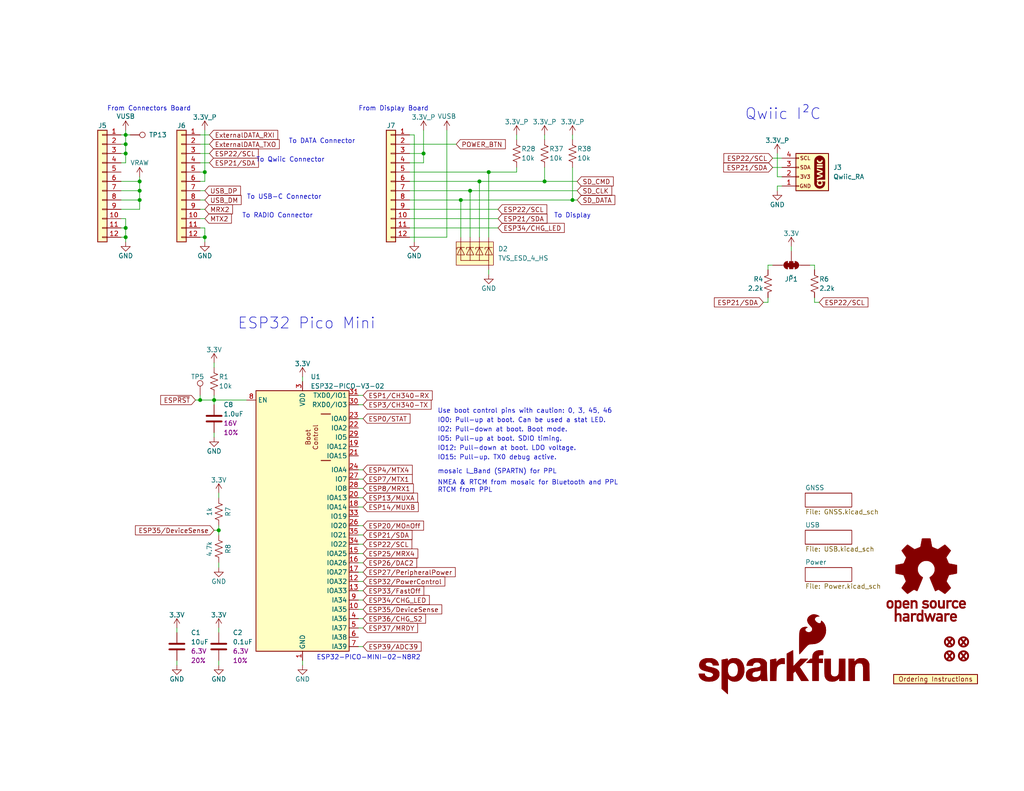
<source format=kicad_sch>
(kicad_sch (version 20230121) (generator eeschema)
  (paper "USLetter")
  (title_block (title "RTK Facet L-Band mosaic") (date "2023-12-09") (rev "v10") (comment 1 "Designed by: N.S. & P.C."))
  (lib_symbols
    (symbol "SparkFun-Aesthetic:Fiducial_0.5mm"
      (symbol "Fiducial_0.5mm_1_1"
        (text "x" (at 0 0.254 0) (effects (font (size 2.5 2.5) bold)))
      )
    )
    (symbol "SparkFun-Aesthetic:OSHW_Logo" (pin_names (offset 1.016)) (in_bom no))
    (symbol "SparkFun-Aesthetic:Ordering_Instructions"
      (symbol "Ordering_Instructions_1_1"
        (text "Ordering Instructions" (at 1.27 0 0) (effects (font (size 1.27 1.27))))
      )
    )
    (symbol "SparkFun-Aesthetic:SparkFun_Logo" (pin_names (offset 1.016)) (on_board no))
    (symbol "SparkFun-Capacitor:0.1uF_0402_6.3V_10%" (pin_numbers hide) (pin_names (offset 0.254))
      (property "Reference" "C" (at 0.635 2.54 0))
      (property "Value" "0.1uF" (at 0.635 -2.54 0))
      (property "Voltage" "6.3V" (at 0 -6.35 0))
      (property "Tolerance" "10%" (at 0 -8.89 0))
      (symbol "0.1uF_0402_6.3V_10%_1_1"
        (pin passive line (at 0 3.81 270) (length 2.794) (name "~") (number "1"))
        (pin passive line (at 0 -3.81 90) (length 2.794) (name "~") (number "2"))
      )
    )
    (symbol "SparkFun-Capacitor:1.0uF_0402_16V_10%" (pin_numbers hide) (pin_names (offset 0.254))
      (property "Reference" "C" (at 0.635 2.54 0))
      (property "Value" "1.0uF" (at 0.635 -2.54 0))
      (property "Voltage" "16V" (at 0 -6.35 0))
      (property "Tolerance" "10%" (at 0 -8.89 0))
      (symbol "1.0uF_0402_16V_10%_1_1"
        (pin passive line (at 0 3.81 270) (length 2.794) (name "~") (number "1"))
        (pin passive line (at 0 -3.81 90) (length 2.794) (name "~") (number "2"))
      )
    )
    (symbol "SparkFun-Capacitor:10uF_0402_6.3V_20%" (pin_numbers hide) (pin_names (offset 0.254))
      (property "Reference" "C" (at 0.635 2.54 0))
      (property "Value" "10uF" (at 0.635 -2.54 0))
      (property "Voltage" "6.3V" (at 0 -6.35 0))
      (property "Tolerance" "20%" (at 0 -8.89 0))
      (symbol "10uF_0402_6.3V_20%_1_1"
        (pin passive line (at 0 3.81 270) (length 2.794) (name "~") (number "1"))
        (pin passive line (at 0 -3.81 90) (length 2.794) (name "~") (number "2"))
      )
    )
    (symbol "SparkFun-Connector:Conn_01x12_FPC_0.5mm" (pin_names (offset 1.016) hide)
      (property "Reference" "J" (at 0 15.24 0))
      (property "Value" "Conn_01x12_FPC_0.5mm" (at 0 -17.78 0))
      (symbol "Conn_01x12_FPC_0.5mm_1_1"
        (pin passive line (at -5.08 12.7 0) (length 3.81) (name "Pin_1") (number "1"))
        (pin passive line (at -5.08 -10.16 0) (length 3.81) (name "Pin_10") (number "10"))
        (pin passive line (at -5.08 -12.7 0) (length 3.81) (name "Pin_11") (number "11"))
        (pin passive line (at -5.08 -15.24 0) (length 3.81) (name "Pin_12") (number "12"))
        (pin passive line (at -5.08 10.16 0) (length 3.81) (name "Pin_2") (number "2"))
        (pin passive line (at -5.08 7.62 0) (length 3.81) (name "Pin_3") (number "3"))
        (pin passive line (at -5.08 5.08 0) (length 3.81) (name "Pin_4") (number "4"))
        (pin passive line (at -5.08 2.54 0) (length 3.81) (name "Pin_5") (number "5"))
        (pin passive line (at -5.08 0 0) (length 3.81) (name "Pin_6") (number "6"))
        (pin passive line (at -5.08 -2.54 0) (length 3.81) (name "Pin_7") (number "7"))
        (pin passive line (at -5.08 -5.08 0) (length 3.81) (name "Pin_8") (number "8"))
        (pin passive line (at -5.08 -7.62 0) (length 3.81) (name "Pin_9") (number "9"))
      )
    )
    (symbol "SparkFun-Connector:Qwiic_Right_Angle" (pin_names (offset 1.016) hide)
      (property "Reference" "J" (at 0 5.08 0))
      (property "Value" "Qwiic_RA" (at 0 -7.62 0))
      (symbol "Qwiic_Right_Angle_1_1"
        (text "3V3" (at 1.27 -2.54 0) (effects (font (size 1 1))))
        (text "GND" (at 1.27 -5.08 0) (effects (font (size 1 1))))
        (text "SCL" (at 1.27 2.54 0) (effects (font (size 1 1))))
        (text "SDA" (at 1.27 0 0) (effects (font (size 1 1))))
        (pin passive line (at -5.08 -5.08 0) (length 3.81) (name "Pin_1") (number "1"))
        (pin passive line (at -5.08 -2.54 0) (length 3.81) (name "Pin_2") (number "2"))
        (pin passive line (at -5.08 0 0) (length 3.81) (name "Pin_3") (number "3"))
        (pin passive line (at -5.08 2.54 0) (length 3.81) (name "Pin_4") (number "4"))
        (pin no_connect line (at 2.54 3.81 270) (length 2.54) hide (name "NC") (number "NC1"))
        (pin no_connect line (at 2.54 3.81 270) (length 2.54) hide (name "NC") (number "NC2"))
      )
    )
    (symbol "SparkFun-Connector:TestPoint_PTH" (pin_numbers hide) (pin_names (offset 0.762) hide)
      (property "Reference" "TP" (at 0 5.08 0))
      (symbol "TestPoint_PTH_1_1"
        (pin passive line (at 0 0 90) (length 2.54) (name "1") (number "1"))
      )
    )
    (symbol "SparkFun-DiscreteSemi:D_TVS_ESD_4_HS" (pin_numbers hide) (pin_names hide)
      (property "Reference" "D" (at -2.54 -5.08 0))
      (property "Value" "TVS_ESD_4_HS" (at -3.81 -7.62 0))
      (symbol "D_TVS_ESD_4_HS_1_1"
        (pin passive line (at -2.54 3.81 270) (length 2.54) (name "K1") (number "1"))
        (pin passive line (at 5.08 -5.08 90) (length 2.54) (name "A") (number "2"))
        (pin passive line (at 0 3.81 270) (length 2.54) (name "K2") (number "3"))
        (pin passive line (at 2.54 3.81 270) (length 2.54) (name "K3") (number "4"))
        (pin passive line (at 5.08 3.81 270) (length 2.54) (name "K4") (number "5"))
      )
    )
    (symbol "SparkFun-Jumper:SolderJumper_3_Bridged123" (pin_numbers hide) (pin_names (offset 0) hide)
      (property "Reference" "JP" (at -2.54 -2.54 0))
      (property "Value" "~" (at 0 2.794 0))
      (symbol "SolderJumper_3_Bridged123_1_1"
        (pin passive line (at -5.08 0 0) (length 2.54) (name "A") (number "1"))
        (pin passive line (at 0 -3.81 90) (length 2.54) (name "C") (number "2"))
        (pin passive line (at 5.08 0 180) (length 2.54) (name "B") (number "3"))
      )
    )
    (symbol "SparkFun-PowerSymbol:3.3V" (power) (pin_names (offset 0))
      (property "Value" "3.3V" (at 0 3.556 0))
      (symbol "3.3V_1_1"
        (pin power_in line (at 0 0 90) (length 0) hide (name "3.3V") (number "1"))
      )
    )
    (symbol "SparkFun-PowerSymbol:3.3V_P" (power) (pin_names (offset 0))
      (property "Value" "3.3V_P" (at 0 3.556 0))
      (symbol "3.3V_P_1_1"
        (pin power_in line (at 0 0 90) (length 0) hide (name "3.3V_P") (number "1"))
      )
    )
    (symbol "SparkFun-PowerSymbol:GND" (power) (pin_names (offset 0))
      (property "Value" "GND" (at 0 -3.81 0))
      (symbol "GND_1_1"
        (pin power_in line (at 0 0 270) (length 0) hide (name "GND") (number "1"))
      )
    )
    (symbol "SparkFun-PowerSymbol:VRAW" (power) (pin_names (offset 0))
      (property "Value" "VRAW" (at 0 3.81 0))
      (symbol "VRAW_1_1"
        (pin power_in line (at 0 0 90) (length 0) hide (name "VRAW") (number "1"))
      )
    )
    (symbol "SparkFun-PowerSymbol:VUSB" (power) (pin_names (offset 0))
      (property "Value" "VUSB" (at 0 3.81 0))
      (symbol "VUSB_1_1"
        (pin power_in line (at 0 0 90) (length 0) hide (name "VUSB") (number "1"))
      )
    )
    (symbol "SparkFun-RF:ESP32-PICO-V3-02"
      (property "Reference" "U" (at -12.7 33.02 0))
      (property "Value" "ESP32-PICO-V3-02" (at 1.27 33.02 0))
      (symbol "ESP32-PICO-V3-02_1_1"
        (text "Boot\nControl" (at 2.54 19.05 900) (effects (font (size 1.27 1.27))))
        (pin power_in line (at 0 -41.91 90) (length 2.54) (name "GND") (number "1"))
        (pin input line (at 15.24 -27.94 180) (length 2.54) (name "IA35") (number "10"))
        (pin passive line (at 0 -41.91 90) (length 2.54) hide (name "GND") (number "11"))
        (pin bidirectional line (at 15.24 -20.32 180) (length 2.54) (name "IOA32") (number "12"))
        (pin bidirectional line (at 15.24 -22.86 180) (length 2.54) (name "IOA33") (number "13"))
        (pin passive line (at 0 -41.91 90) (length 2.54) hide (name "GND") (number "14"))
        (pin bidirectional line (at 15.24 -12.7 180) (length 2.54) (name "IOA25") (number "15"))
        (pin bidirectional line (at 15.24 -15.24 180) (length 2.54) (name "IOA26") (number "16"))
        (pin bidirectional line (at 15.24 -17.78 180) (length 2.54) (name "IOA27") (number "17"))
        (pin bidirectional line (at 15.24 0 180) (length 2.54) (name "IOA14") (number "18"))
        (pin bidirectional line (at 15.24 16.51 180) (length 2.54) (name "IOA12") (number "19"))
        (pin passive line (at 0 -41.91 90) (length 2.54) hide (name "GND") (number "2"))
        (pin bidirectional line (at 15.24 2.54 180) (length 2.54) (name "IOA13") (number "20"))
        (pin bidirectional line (at 15.24 13.97 180) (length 2.54) (name "IOA15") (number "21"))
        (pin bidirectional line (at 15.24 21.59 180) (length 2.54) (name "IOA2") (number "22"))
        (pin bidirectional line (at 15.24 24.13 180) (length 2.54) (name "IOA0") (number "23"))
        (pin bidirectional line (at 15.24 10.16 180) (length 2.54) (name "IOA4") (number "24"))
        (pin no_connect line (at -12.7 -11.43 0) (length 2.54) hide (name "NC") (number "25"))
        (pin bidirectional line (at 15.24 -5.08 180) (length 2.54) (name "IO20") (number "26"))
        (pin bidirectional line (at 15.24 7.62 180) (length 2.54) (name "IO7") (number "27"))
        (pin bidirectional line (at 15.24 5.08 180) (length 2.54) (name "IO8") (number "28"))
        (pin bidirectional line (at 15.24 19.05 180) (length 2.54) (name "IO5") (number "29"))
        (pin power_in line (at 0 34.29 270) (length 2.54) (name "VDD") (number "3"))
        (pin bidirectional line (at 15.24 27.94 180) (length 2.54) (name "RXD0/IO3") (number "30"))
        (pin bidirectional line (at 15.24 30.48 180) (length 2.54) (name "TXD0/IO1") (number "31"))
        (pin no_connect line (at -12.7 -13.97 0) (length 2.54) hide (name "NC") (number "32"))
        (pin bidirectional line (at 15.24 -2.54 180) (length 2.54) (name "IO19") (number "33"))
        (pin bidirectional line (at 15.24 -10.16 180) (length 2.54) (name "IO22") (number "34"))
        (pin bidirectional line (at 15.24 -7.62 180) (length 2.54) (name "IO21") (number "35"))
        (pin passive line (at 0 -41.91 90) (length 2.54) hide (name "GND") (number "36"))
        (pin passive line (at 0 -41.91 90) (length 2.54) hide (name "GND") (number "37"))
        (pin passive line (at 0 -41.91 90) (length 2.54) hide (name "GND") (number "38"))
        (pin passive line (at 0 -41.91 90) (length 2.54) hide (name "GND") (number "39"))
        (pin input line (at 15.24 -30.48 180) (length 2.54) (name "IA36") (number "4"))
        (pin passive line (at 0 -41.91 90) (length 2.54) hide (name "GND") (number "40"))
        (pin passive line (at 0 -41.91 90) (length 2.54) hide (name "GND") (number "41"))
        (pin passive line (at 0 -41.91 90) (length 2.54) hide (name "GND") (number "42"))
        (pin passive line (at 0 -41.91 90) (length 2.54) hide (name "GND") (number "43"))
        (pin passive line (at 0 -41.91 90) (length 2.54) hide (name "GND") (number "44"))
        (pin passive line (at 0 -41.91 90) (length 2.54) hide (name "GND") (number "45"))
        (pin passive line (at 0 -41.91 90) (length 2.54) hide (name "GND") (number "46"))
        (pin passive line (at 0 -41.91 90) (length 2.54) hide (name "GND") (number "47"))
        (pin passive line (at 0 -41.91 90) (length 2.54) hide (name "GND") (number "48"))
        (pin passive line (at 0 -41.91 90) (length 2.54) hide (name "GND") (number "49.1"))
        (pin passive line (at 0 -41.91 90) (length 2.54) hide (name "GND") (number "49.2"))
        (pin passive line (at 0 -41.91 90) (length 2.54) hide (name "GND") (number "49.3"))
        (pin passive line (at 0 -41.91 90) (length 2.54) hide (name "GND") (number "49.4"))
        (pin passive line (at 0 -41.91 90) (length 2.54) hide (name "GND") (number "49.5"))
        (pin passive line (at 0 -41.91 90) (length 2.54) hide (name "GND") (number "49.6"))
        (pin passive line (at 0 -41.91 90) (length 2.54) hide (name "GND") (number "49.7"))
        (pin passive line (at 0 -41.91 90) (length 2.54) hide (name "GND") (number "49.8"))
        (pin passive line (at 0 -41.91 90) (length 2.54) hide (name "GND") (number "49.9"))
        (pin input line (at 15.24 -33.02 180) (length 2.54) (name "IA37") (number "5"))
        (pin passive line (at 0 -41.91 90) (length 2.54) hide (name "GND") (number "50"))
        (pin passive line (at 0 -41.91 90) (length 2.54) hide (name "GND") (number "51"))
        (pin passive line (at 0 -41.91 90) (length 2.54) hide (name "GND") (number "52"))
        (pin passive line (at 0 -41.91 90) (length 2.54) hide (name "GND") (number "53"))
        (pin input line (at 15.24 -35.56 180) (length 2.54) (name "IA38") (number "6"))
        (pin input line (at 15.24 -38.1 180) (length 2.54) (name "IA39") (number "7"))
        (pin input line (at -15.24 29.21 0) (length 2.54) (name "EN") (number "8"))
        (pin input line (at 15.24 -25.4 180) (length 2.54) (name "IA34") (number "9"))
      )
    )
    (symbol "SparkFun-Resistor:10k_0402" (pin_numbers hide) (pin_names (offset 0))
      (property "Reference" "R" (at 0 -2.54 0))
      (property "Value" "10k" (at 0 2.54 0))
      (symbol "10k_0402_1_1"
        (pin passive line (at 3.81 0 180) (length 1.27) (name "~") (number "1"))
        (pin passive line (at -3.81 0 0) (length 1.27) (name "~") (number "2"))
      )
    )
    (symbol "SparkFun-Resistor:1k_0402" (pin_numbers hide) (pin_names (offset 0))
      (property "Reference" "R" (at 0 -2.54 0))
      (property "Value" "1k" (at 0 2.54 0))
      (symbol "1k_0402_1_1"
        (pin passive line (at 3.81 0 180) (length 1.27) (name "~") (number "1"))
        (pin passive line (at -3.81 0 0) (length 1.27) (name "~") (number "2"))
      )
    )
    (symbol "SparkFun-Resistor:2.2k_0402" (pin_numbers hide) (pin_names (offset 0))
      (property "Reference" "R" (at 0 -2.54 0))
      (property "Value" "2.2k" (at 0 2.54 0))
      (symbol "2.2k_0402_1_1"
        (pin passive line (at 3.81 0 180) (length 1.27) (name "~") (number "1"))
        (pin passive line (at -3.81 0 0) (length 1.27) (name "~") (number "2"))
      )
    )
    (symbol "SparkFun-Resistor:4.7k_0402" (pin_numbers hide) (pin_names (offset 0))
      (property "Reference" "R" (at 0 -2.54 0))
      (property "Value" "4.7k" (at 0 2.54 0))
      (symbol "4.7k_0402_1_1"
        (pin passive line (at 3.81 0 180) (length 1.27) (name "~") (number "1"))
        (pin passive line (at -3.81 0 0) (length 1.27) (name "~") (number "2"))
      )
    )
    (symbol "power:GND" (power) (pin_names (offset 0))
      (property "Value" "GND" (at 0 -3.81 0))
      (symbol "GND_1_1"
        (pin power_in line (at 0 0 270) (length 0) hide (name "GND") (number "1"))
      )
    )
  )
  (junction (at 130.81 49.53))
  (junction (at 38.1 52.07))
  (junction (at 148.59 49.53))
  (junction (at 125.73 54.61))
  (junction (at 34.29 62.23))
  (junction (at 54.61 109.22))
  (junction (at 34.29 64.77))
  (junction (at 156.21 54.61))
  (junction (at 55.88 46.99))
  (junction (at 115.57 41.91))
  (junction (at 38.1 54.61))
  (junction (at 34.29 36.83))
  (junction (at 34.29 39.37))
  (junction (at 128.27 52.07))
  (junction (at 59.69 144.78))
  (junction (at 38.1 49.53))
  (junction (at 34.29 41.91))
  (junction (at 58.42 109.22))
  (junction (at 133.35 46.99))
  (junction (at 55.88 64.77))
  (wire (pts (xy 97.79 110.49) (xy 99.06 110.49)))
  (wire (pts (xy 111.76 64.77) (xy 121.92 64.77)))
  (wire (pts (xy 222.25 81.28) (xy 222.25 82.55)))
  (wire (pts (xy 213.36 50.8) (xy 212.09 50.8)))
  (wire (pts (xy 59.69 154.94) (xy 59.69 153.67)))
  (wire (pts (xy 97.79 171.45) (xy 99.06 171.45)))
  (wire (pts (xy 34.29 64.77) (xy 34.29 66.04)))
  (wire (pts (xy 33.02 59.69) (xy 34.29 59.69)))
  (wire (pts (xy 215.9 67.31) (xy 215.9 68.58)))
  (wire (pts (xy 115.57 44.45) (xy 115.57 41.91)))
  (wire (pts (xy 111.76 41.91) (xy 115.57 41.91)))
  (wire (pts (xy 111.76 62.23) (xy 135.89 62.23)))
  (wire (pts (xy 97.79 130.81) (xy 99.06 130.81)))
  (wire (pts (xy 99.06 158.75) (xy 97.79 158.75)))
  (wire (pts (xy 57.15 39.37) (xy 54.61 39.37)))
  (wire (pts (xy 156.21 36.83) (xy 156.21 38.1)))
  (wire (pts (xy 111.76 49.53) (xy 130.81 49.53)))
  (wire (pts (xy 38.1 52.07) (xy 38.1 49.53)))
  (wire (pts (xy 212.09 50.8) (xy 212.09 52.07)))
  (wire (pts (xy 111.76 59.69) (xy 135.89 59.69)))
  (wire (pts (xy 148.59 45.72) (xy 148.59 49.53)))
  (wire (pts (xy 209.55 81.28) (xy 209.55 82.55)))
  (wire (pts (xy 99.06 161.29) (xy 97.79 161.29)))
  (wire (pts (xy 130.81 49.53) (xy 130.81 64.77)))
  (wire (pts (xy 111.76 57.15) (xy 135.89 57.15)))
  (wire (pts (xy 99.06 151.13) (xy 97.79 151.13)))
  (wire (pts (xy 128.27 52.07) (xy 128.27 64.77)))
  (wire (pts (xy 54.61 54.61) (xy 55.88 54.61)))
  (wire (pts (xy 111.76 46.99) (xy 133.35 46.99)))
  (wire (pts (xy 156.21 45.72) (xy 156.21 54.61)))
  (wire (pts (xy 34.29 36.83) (xy 35.56 36.83)))
  (wire (pts (xy 33.02 57.15) (xy 38.1 57.15)))
  (wire (pts (xy 128.27 52.07) (xy 157.48 52.07)))
  (wire (pts (xy 33.02 49.53) (xy 38.1 49.53)))
  (wire (pts (xy 34.29 62.23) (xy 34.29 64.77)))
  (wire (pts (xy 54.61 59.69) (xy 55.88 59.69)))
  (wire (pts (xy 33.02 52.07) (xy 38.1 52.07)))
  (wire (pts (xy 111.76 36.83) (xy 113.03 36.83)))
  (wire (pts (xy 97.79 166.37) (xy 99.06 166.37)))
  (wire (pts (xy 97.79 163.83) (xy 99.06 163.83)))
  (wire (pts (xy 54.61 107.95) (xy 54.61 109.22)))
  (wire (pts (xy 209.55 72.39) (xy 210.82 72.39)))
  (wire (pts (xy 59.69 181.61) (xy 59.69 180.34)))
  (wire (pts (xy 34.29 36.83) (xy 34.29 35.56)))
  (wire (pts (xy 220.98 72.39) (xy 222.25 72.39)))
  (wire (pts (xy 58.42 99.06) (xy 58.42 100.33)))
  (wire (pts (xy 48.26 181.61) (xy 48.26 180.34)))
  (wire (pts (xy 58.42 109.22) (xy 58.42 110.49)))
  (wire (pts (xy 133.35 46.99) (xy 140.97 46.99)))
  (wire (pts (xy 55.88 62.23) (xy 55.88 64.77)))
  (wire (pts (xy 82.55 102.87) (xy 82.55 104.14)))
  (wire (pts (xy 99.06 156.21) (xy 97.79 156.21)))
  (wire (pts (xy 33.02 62.23) (xy 34.29 62.23)))
  (wire (pts (xy 54.61 109.22) (xy 58.42 109.22)))
  (wire (pts (xy 99.06 153.67) (xy 97.79 153.67)))
  (wire (pts (xy 222.25 82.55) (xy 223.52 82.55)))
  (wire (pts (xy 222.25 73.66) (xy 222.25 72.39)))
  (wire (pts (xy 33.02 44.45) (xy 34.29 44.45)))
  (wire (pts (xy 111.76 52.07) (xy 128.27 52.07)))
  (wire (pts (xy 82.55 181.61) (xy 82.55 180.34)))
  (wire (pts (xy 97.79 168.91) (xy 99.06 168.91)))
  (wire (pts (xy 54.61 46.99) (xy 55.88 46.99)))
  (wire (pts (xy 38.1 54.61) (xy 38.1 52.07)))
  (wire (pts (xy 111.76 44.45) (xy 115.57 44.45)))
  (wire (pts (xy 34.29 59.69) (xy 34.29 62.23)))
  (wire (pts (xy 97.79 107.95) (xy 99.06 107.95)))
  (wire (pts (xy 210.82 45.72) (xy 213.36 45.72)))
  (wire (pts (xy 34.29 39.37) (xy 34.29 36.83)))
  (wire (pts (xy 97.79 146.05) (xy 99.06 146.05)))
  (wire (pts (xy 99.06 176.53) (xy 97.79 176.53)))
  (wire (pts (xy 57.15 44.45) (xy 54.61 44.45)))
  (wire (pts (xy 54.61 62.23) (xy 55.88 62.23)))
  (wire (pts (xy 111.76 54.61) (xy 125.73 54.61)))
  (wire (pts (xy 148.59 49.53) (xy 157.48 49.53)))
  (wire (pts (xy 38.1 49.53) (xy 38.1 48.26)))
  (wire (pts (xy 34.29 44.45) (xy 34.29 41.91)))
  (wire (pts (xy 115.57 41.91) (xy 115.57 35.56)))
  (wire (pts (xy 97.79 133.35) (xy 99.06 133.35)))
  (wire (pts (xy 212.09 41.91) (xy 212.09 48.26)))
  (wire (pts (xy 133.35 46.99) (xy 133.35 64.77)))
  (wire (pts (xy 57.15 41.91) (xy 54.61 41.91)))
  (wire (pts (xy 48.26 172.72) (xy 48.26 171.45)))
  (wire (pts (xy 33.02 36.83) (xy 34.29 36.83)))
  (wire (pts (xy 59.69 143.51) (xy 59.69 144.78)))
  (wire (pts (xy 140.97 45.72) (xy 140.97 46.99)))
  (wire (pts (xy 209.55 73.66) (xy 209.55 72.39)))
  (wire (pts (xy 113.03 36.83) (xy 113.03 66.04)))
  (wire (pts (xy 133.35 74.93) (xy 133.35 73.66)))
  (wire (pts (xy 55.88 49.53) (xy 55.88 46.99)))
  (wire (pts (xy 125.73 54.61) (xy 156.21 54.61)))
  (wire (pts (xy 99.06 128.27) (xy 97.79 128.27)))
  (wire (pts (xy 156.21 54.61) (xy 157.48 54.61)))
  (wire (pts (xy 58.42 144.78) (xy 59.69 144.78)))
  (wire (pts (xy 54.61 52.07) (xy 55.88 52.07)))
  (wire (pts (xy 59.69 172.72) (xy 59.69 171.45)))
  (wire (pts (xy 54.61 64.77) (xy 55.88 64.77)))
  (wire (pts (xy 99.06 143.51) (xy 97.79 143.51)))
  (wire (pts (xy 59.69 134.62) (xy 59.69 135.89)))
  (wire (pts (xy 55.88 64.77) (xy 55.88 66.04)))
  (wire (pts (xy 57.15 36.83) (xy 54.61 36.83)))
  (wire (pts (xy 33.02 64.77) (xy 34.29 64.77)))
  (wire (pts (xy 33.02 41.91) (xy 34.29 41.91)))
  (wire (pts (xy 111.76 39.37) (xy 124.46 39.37)))
  (wire (pts (xy 53.34 109.22) (xy 54.61 109.22)))
  (wire (pts (xy 54.61 57.15) (xy 55.88 57.15)))
  (wire (pts (xy 33.02 39.37) (xy 34.29 39.37)))
  (wire (pts (xy 33.02 54.61) (xy 38.1 54.61)))
  (wire (pts (xy 97.79 135.89) (xy 99.06 135.89)))
  (wire (pts (xy 130.81 49.53) (xy 148.59 49.53)))
  (wire (pts (xy 55.88 46.99) (xy 55.88 35.56)))
  (wire (pts (xy 58.42 119.38) (xy 58.42 118.11)))
  (wire (pts (xy 213.36 48.26) (xy 212.09 48.26)))
  (wire (pts (xy 59.69 144.78) (xy 59.69 146.05)))
  (wire (pts (xy 99.06 138.43) (xy 97.79 138.43)))
  (wire (pts (xy 97.79 114.3) (xy 99.06 114.3)))
  (wire (pts (xy 210.82 43.18) (xy 213.36 43.18)))
  (wire (pts (xy 125.73 54.61) (xy 125.73 64.77)))
  (wire (pts (xy 58.42 109.22) (xy 67.31 109.22)))
  (wire (pts (xy 148.59 36.83) (xy 148.59 38.1)))
  (wire (pts (xy 97.79 148.59) (xy 99.06 148.59)))
  (wire (pts (xy 140.97 36.83) (xy 140.97 38.1)))
  (wire (pts (xy 34.29 41.91) (xy 34.29 39.37)))
  (wire (pts (xy 121.92 35.56) (xy 121.92 64.77)))
  (wire (pts (xy 54.61 49.53) (xy 55.88 49.53)))
  (wire (pts (xy 58.42 109.22) (xy 58.42 107.95)))
  (wire (pts (xy 208.28 82.55) (xy 209.55 82.55)))
  (wire (pts (xy 38.1 57.15) (xy 38.1 54.61)))
  (text "IO15: Pull-up. TX0 debug active." (at 119.38 125.73 0) (effects (font (size 1.27 1.27)) (justify left bottom)))
  (text "IO2: Pull-down at boot. Boot mode." (at 119.38 118.11 0) (effects (font (size 1.27 1.27)) (justify left bottom)))
  (text "To Display" (at 151.13 59.69 0) (effects (font (size 1.27 1.27)) (justify left bottom)))
  (text "To DATA Connector" (at 78.74 39.37 0) (effects (font (size 1.27 1.27)) (justify left bottom)))
  (text "To Qwiic Connector" (at 69.85 44.45 0) (effects (font (size 1.27 1.27)) (justify left bottom)))
  (text "ESP32 Pico Mini\n" (at 64.77 90.17 0) (effects (font (size 3 3)) (justify left bottom)))
  (text "IO0: Pull-up at boot. Can be used a stat LED." (at 119.38 115.57 0) (effects (font (size 1.27 1.27)) (justify left bottom)))
  (text "mosaic L_Band (SPARTN) for PPL" (at 119.38 129.54 0) (effects (font (size 1.27 1.27)) (justify left bottom)))
  (text "Qwiic I²C" (at 203.2 33.02 0) (effects (font (size 3 3)) (justify left bottom)))
  (text "To RADIO Connector" (at 66.04 59.69 0) (effects (font (size 1.27 1.27)) (justify left bottom)))
  (text "From Connectors Board" (at 29.21 30.48 0) (effects (font (size 1.27 1.27)) (justify left bottom)))
  (text "IO5: Pull-up at boot. SDIO timing." (at 119.38 120.65 0) (effects (font (size 1.27 1.27)) (justify left bottom)))
  (text "To USB-C Connector" (at 67.31 54.61 0) (effects (font (size 1.27 1.27)) (justify left bottom)))
  (text "From Display Board" (at 97.79 30.48 0) (effects (font (size 1.27 1.27)) (justify left bottom)))
  (text "Use boot control pins with caution: 0, 3, 45, 46" (at 119.38 113.03 0) (effects (font (size 1.27 1.27)) (justify left bottom)))
  (text "ESP32-PICO-MINI-02-N8R2" (at 86.36 180.34 0) (effects (font (size 1.27 1.27)) (justify left bottom)))
  (text "NMEA & RTCM from mosaic for Bluetooth and PPL\nRTCM from PPL" (at 119.38 134.62 0) (effects (font (size 1.27 1.27)) (justify left bottom)))
  (text "IO12: Pull-down at boot. LDO voltage." (at 119.38 123.19 0) (effects (font (size 1.27 1.27)) (justify left bottom)))
  (global_label "ESP21{slash}SDA" (shape input) (at 208.28 82.55 180) (property "Intersheetrefs" "${INTERSHEET_REFS}" (effects hide)))
  (global_label "ESP26{slash}DAC2" (shape input) (at 99.06 153.67 0) (property "Intersheetrefs" "${INTERSHEET_REFS}" (effects hide)))
  (global_label "SD_CLK" (shape input) (at 157.48 52.07 0) (property "Intersheetrefs" "${INTERSHEET_REFS}" (effects hide)))
  (global_label "ESP35{slash}DeviceSense" (shape input) (at 99.06 166.37 0) (property "Intersheetrefs" "${INTERSHEET_REFS}" (effects hide)))
  (global_label "ESP25{slash}MRX4" (shape input) (at 99.06 151.13 0) (property "Intersheetrefs" "${INTERSHEET_REFS}" (effects hide)))
  (global_label "ESP22{slash}SCL" (shape input) (at 99.06 148.59 0) (property "Intersheetrefs" "${INTERSHEET_REFS}" (effects hide)))
  (global_label "USB_DP" (shape input) (at 55.88 52.07 0) (property "Intersheetrefs" "${INTERSHEET_REFS}" (effects hide)))
  (global_label "ESP37{slash}MRDY" (shape input) (at 99.06 171.45 0) (property "Intersheetrefs" "${INTERSHEET_REFS}" (effects hide)))
  (global_label "POWER_BTN" (shape input) (at 124.46 39.37 0) (property "Intersheetrefs" "${INTERSHEET_REFS}" (effects hide)))
  (global_label "SD_CMD" (shape input) (at 157.48 49.53 0) (property "Intersheetrefs" "${INTERSHEET_REFS}" (effects hide)))
  (global_label "SD_DATA" (shape input) (at 157.48 54.61 0) (property "Intersheetrefs" "${INTERSHEET_REFS}" (effects hide)))
  (global_label "ExternalDATA_RXI" (shape input) (at 57.15 36.83 0) (property "Intersheetrefs" "${INTERSHEET_REFS}" (effects hide)))
  (global_label "ESP22{slash}SCL" (shape input) (at 57.15 41.91 0) (property "Intersheetrefs" "${INTERSHEET_REFS}" (effects hide)))
  (global_label "ESP27{slash}PeripheralPower" (shape input) (at 99.06 156.21 0) (property "Intersheetrefs" "${INTERSHEET_REFS}" (effects hide)))
  (global_label "ESP~{RST}" (shape input) (at 53.34 109.22 180) (property "Intersheetrefs" "${INTERSHEET_REFS}" (effects hide)))
  (global_label "ESP21{slash}SDA" (shape input) (at 135.89 59.69 0) (property "Intersheetrefs" "${INTERSHEET_REFS}" (effects hide)))
  (global_label "ESP22{slash}SCL" (shape input) (at 210.82 43.18 180) (property "Intersheetrefs" "${INTERSHEET_REFS}" (effects hide)))
  (global_label "ESP32{slash}PowerControl" (shape input) (at 99.06 158.75 0) (property "Intersheetrefs" "${INTERSHEET_REFS}" (effects hide)))
  (global_label "ESP21{slash}SDA" (shape input) (at 210.82 45.72 180) (property "Intersheetrefs" "${INTERSHEET_REFS}" (effects hide)))
  (global_label "ESP14{slash}MUXB" (shape input) (at 99.06 138.43 0) (property "Intersheetrefs" "${INTERSHEET_REFS}" (effects hide)))
  (global_label "ESP13{slash}MUXA" (shape input) (at 99.06 135.89 0) (property "Intersheetrefs" "${INTERSHEET_REFS}" (effects hide)))
  (global_label "ESP36{slash}CHG_S2" (shape input) (at 99.06 168.91 0) (property "Intersheetrefs" "${INTERSHEET_REFS}" (effects hide)))
  (global_label "ESP21{slash}SDA" (shape input) (at 57.15 44.45 0) (property "Intersheetrefs" "${INTERSHEET_REFS}" (effects hide)))
  (global_label "ESP4{slash}MTX4" (shape input) (at 99.06 128.27 0) (property "Intersheetrefs" "${INTERSHEET_REFS}" (effects hide)))
  (global_label "ESP35{slash}DeviceSense" (shape input) (at 58.42 144.78 180) (property "Intersheetrefs" "${INTERSHEET_REFS}" (effects hide)))
  (global_label "USB_DM" (shape input) (at 55.88 54.61 0) (property "Intersheetrefs" "${INTERSHEET_REFS}" (effects hide)))
  (global_label "ESP3{slash}CH340-TX" (shape input) (at 99.06 110.49 0) (property "Intersheetrefs" "${INTERSHEET_REFS}" (effects hide)))
  (global_label "ESP20{slash}MOnOff" (shape input) (at 99.06 143.51 0) (property "Intersheetrefs" "${INTERSHEET_REFS}" (effects hide)))
  (global_label "ESP34{slash}CHG_LED" (shape input) (at 135.89 62.23 0) (property "Intersheetrefs" "${INTERSHEET_REFS}" (effects hide)))
  (global_label "ESP33{slash}FastOff" (shape input) (at 99.06 161.29 0) (property "Intersheetrefs" "${INTERSHEET_REFS}" (effects hide)))
  (global_label "ExternalDATA_TXO" (shape input) (at 57.15 39.37 0) (property "Intersheetrefs" "${INTERSHEET_REFS}" (effects hide)))
  (global_label "ESP22{slash}SCL" (shape input) (at 223.52 82.55 0) (property "Intersheetrefs" "${INTERSHEET_REFS}" (effects hide)))
  (global_label "ESP0{slash}STAT" (shape input) (at 99.06 114.3 0) (property "Intersheetrefs" "${INTERSHEET_REFS}" (effects hide)))
  (global_label "MTX2" (shape input) (at 55.88 59.69 0) (property "Intersheetrefs" "${INTERSHEET_REFS}" (effects hide)))
  (global_label "MRX2" (shape input) (at 55.88 57.15 0) (property "Intersheetrefs" "${INTERSHEET_REFS}" (effects hide)))
  (global_label "ESP39{slash}ADC39" (shape input) (at 99.06 176.53 0) (property "Intersheetrefs" "${INTERSHEET_REFS}" (effects hide)))
  (global_label "ESP8{slash}MRX1" (shape input) (at 99.06 133.35 0) (property "Intersheetrefs" "${INTERSHEET_REFS}" (effects hide)))
  (global_label "ESP34{slash}CHG_LED" (shape input) (at 99.06 163.83 0) (property "Intersheetrefs" "${INTERSHEET_REFS}" (effects hide)))
  (global_label "ESP7{slash}MTX1" (shape input) (at 99.06 130.81 0) (property "Intersheetrefs" "${INTERSHEET_REFS}" (effects hide)))
  (global_label "ESP21{slash}SDA" (shape input) (at 99.06 146.05 0) (property "Intersheetrefs" "${INTERSHEET_REFS}" (effects hide)))
  (global_label "ESP22{slash}SCL" (shape input) (at 135.89 57.15 0) (property "Intersheetrefs" "${INTERSHEET_REFS}" (effects hide)))
  (global_label "ESP1{slash}CH340-RX" (shape input) (at 99.06 107.95 0) (property "Intersheetrefs" "${INTERSHEET_REFS}" (effects hide)))
  (symbol (lib_id "SparkFun-PowerSymbol:GND") (at 212.09 52.07 0) (unit 1)
    (property "Reference" "#PWR081" (effects hide))
    (property "Value" "GND" (at 212.09 55.88 0))
  )
  (symbol (lib_id "SparkFun-Aesthetic:Ordering_Instructions") (at 254 185.42 0) (unit 1)
    (property "Reference" "U7" (effects hide))
    (property "Footprint" "SparkFun-Aesthetic:ORDERING_INSTRUCTIONS" (effects hide))
  )
  (symbol (lib_id "SparkFun-PowerSymbol:GND") (at 58.42 119.38 0) (unit 1)
    (property "Reference" "#PWR05" (effects hide))
    (property "Value" "GND" (at 58.42 123.19 0))
  )
  (symbol (lib_id "power:GND") (at 55.88 66.04 0) (unit 1)
    (property "Reference" "#PWR057" (effects hide))
    (property "Value" "GND" (at 55.88 69.85 0))
  )
  (symbol (lib_id "SparkFun-PowerSymbol:3.3V_P") (at 115.57 35.56 0) (unit 1)
    (property "Reference" "#PWR086" (effects hide))
    (property "Value" "3.3V_P" (at 115.57 32.004 0))
  )
  (symbol (lib_id "SparkFun-PowerSymbol:3.3V") (at 59.69 171.45 0) (unit 1)
    (property "Reference" "#PWR096" (effects hide))
    (property "Value" "3.3V" (at 59.69 167.894 0))
  )
  (symbol (lib_id "SparkFun-Resistor:10k_0402") (at 58.42 104.14 90) (unit 1)
    (property "Reference" "R1" (at 59.69 102.87 90) (effects (justify right)))
    (property "Value" "10k" (at 59.69 105.41 90) (effects (justify right)))
    (property "Footprint" "SparkFun-Resistor:R_0402_1005Metric" (effects hide))
    (property "Datasheet" "https://www.vishay.com/docs/20035/dcrcwe3.pdf" (effects hide))
    (property "PROD_ID" "RES-14241" (effects hide))
  )
  (symbol (lib_id "SparkFun-Aesthetic:SparkFun_Logo") (at 213.36 182.88 0) (unit 1) (on_board no)
    (property "Reference" "G5" (effects hide))
    (property "Value" "SparkFun_Logo" (effects hide))
    (property "Footprint" "SparkFun-Aesthetic:SparkFun_Logo_8mm" (effects hide))
  )
  (symbol (lib_id "SparkFun-Resistor:10k_0402") (at 148.59 41.91 90) (unit 1)
    (property "Reference" "R37" (at 149.86 40.64 90) (effects (justify right)))
    (property "Value" "10k" (at 149.86 43.18 90) (effects (justify right)))
    (property "Footprint" "SparkFun-Resistor:R_0402_1005Metric" (effects hide))
    (property "Datasheet" "https://www.vishay.com/docs/20035/dcrcwe3.pdf" (effects hide))
    (property "PROD_ID" "RES-14241" (effects hide))
  )
  (symbol (lib_id "SparkFun-PowerSymbol:3.3V_P") (at 156.21 36.83 0) (unit 1)
    (property "Reference" "#PWR0102" (effects hide))
    (property "Value" "3.3V_P" (at 156.21 33.274 0))
  )
  (symbol (lib_id "SparkFun-Capacitor:1.0uF_0402_16V_10%") (at 58.42 114.3 0) (unit 1)
    (property "Reference" "C8" (at 60.96 110.49 0) (effects (justify left)))
    (property "Value" "1.0uF" (at 60.96 113.03 0) (effects (justify left)))
    (property "Footprint" "SparkFun-Capacitor:C_0402_1005Metric" (effects hide))
    (property "Datasheet" "https://cdn.sparkfun.com/assets/8/a/4/a/5/Kemet_Capacitor_Datasheet.pdf" (effects hide))
    (property "PROD_ID" "CAP-14969" (effects hide))
    (property "Voltage" "16V" (at 60.96 115.57 0) (effects (justify left)))
    (property "Tolerance" "10%" (at 60.96 118.11 0) (effects (justify left)))
  )
  (symbol (lib_id "SparkFun-Aesthetic:Fiducial_0.5mm") (at 262.89 175.26 0) (unit 1)
    (property "Reference" "FID1" (effects hide))
    (property "Value" "Fiducial_0.5" (effects hide))
    (property "Footprint" "SparkFun-Aesthetic:Fiducial_0.5mm_Mask1mm" (effects hide))
  )
  (symbol (lib_id "SparkFun-Resistor:4.7k_0402") (at 59.69 149.86 90) (unit 1)
    (property "Reference" "R8" (at 62.23 149.86 0))
    (property "Value" "4.7k" (at 57.15 149.86 0))
    (property "Footprint" "SparkFun-Resistor:R_0402_1005Metric" (effects hide))
    (property "Datasheet" "https://www.vishay.com/docs/20035/dcrcwe3.pdf" (effects hide))
    (property "PROD_ID" "RES-15343" (effects hide))
  )
  (symbol (lib_id "SparkFun-PowerSymbol:VUSB") (at 34.29 35.56 0) (mirror y) (unit 1)
    (property "Reference" "#PWR016" (effects hide))
    (property "Value" "VUSB" (at 34.29 31.75 0))
  )
  (symbol (lib_id "SparkFun-Aesthetic:Fiducial_0.5mm") (at 262.89 179.07 0) (unit 1)
    (property "Reference" "FID4" (effects hide))
    (property "Value" "Fiducial_0.5" (effects hide))
    (property "Footprint" "SparkFun-Aesthetic:Fiducial_0.5mm_Mask1mm" (effects hide))
  )
  (symbol (lib_id "SparkFun-PowerSymbol:VUSB") (at 121.92 35.56 0) (unit 1)
    (property "Reference" "#PWR061" (effects hide))
    (property "Value" "VUSB" (at 121.92 31.75 0))
  )
  (symbol (lib_id "power:GND") (at 113.03 66.04 0) (unit 1)
    (property "Reference" "#PWR060" (effects hide))
    (property "Value" "GND" (at 113.03 69.85 0))
  )
  (symbol (lib_id "power:GND") (at 48.26 181.61 0) (unit 1)
    (property "Reference" "#PWR098" (effects hide))
    (property "Value" "GND" (at 48.26 185.42 0))
  )
  (symbol (lib_id "SparkFun-Connector:Conn_01x12_FPC_0.5mm") (at 27.94 49.53 0) (mirror y) (unit 1)
    (property "Reference" "J5" (at 27.94 34.29 0))
    (property "Value" "Conn_01x12_FPC_0.5mm" (effects hide))
    (property "Footprint" "SparkFun-Connector:FPC_12_0.5MM" (effects hide))
  )
  (symbol (lib_id "SparkFun-Jumper:SolderJumper_3_Bridged123") (at 215.9 72.39 180) (unit 1)
    (property "Reference" "JP1" (at 215.9 76.2 0))
    (property "Value" "~" (at 215.9 75.184 0))
    (property "Footprint" "SparkFun-Jumper:SMT-JUMPER_3_2-NC_TRACE_SILK" (effects hide))
  )
  (symbol (lib_id "SparkFun-PowerSymbol:3.3V_P") (at 148.59 36.83 0) (unit 1)
    (property "Reference" "#PWR0107" (effects hide))
    (property "Value" "3.3V_P" (at 148.59 33.274 0))
  )
  (symbol (lib_id "SparkFun-PowerSymbol:3.3V_P") (at 140.97 36.83 0) (unit 1)
    (property "Reference" "#PWR0106" (effects hide))
    (property "Value" "3.3V_P" (at 140.97 33.274 0))
  )
  (symbol (lib_id "power:GND") (at 59.69 181.61 0) (unit 1)
    (property "Reference" "#PWR097" (effects hide))
    (property "Value" "GND" (at 59.69 185.42 0))
  )
  (symbol (lib_id "SparkFun-PowerSymbol:3.3V") (at 82.55 102.87 0) (unit 1)
    (property "Reference" "#PWR0105" (effects hide))
    (property "Value" "3.3V" (at 82.55 99.314 0))
  )
  (symbol (lib_id "SparkFun-Resistor:10k_0402") (at 140.97 41.91 90) (unit 1)
    (property "Reference" "R28" (at 142.24 40.64 90) (effects (justify right)))
    (property "Value" "10k" (at 142.24 43.18 90) (effects (justify right)))
    (property "Footprint" "SparkFun-Resistor:R_0402_1005Metric" (effects hide))
    (property "Datasheet" "https://www.vishay.com/docs/20035/dcrcwe3.pdf" (effects hide))
    (property "PROD_ID" "RES-14241" (effects hide))
  )
  (symbol (lib_id "SparkFun-PowerSymbol:3.3V") (at 59.69 134.62 0) (unit 1)
    (property "Reference" "#PWR0104" (effects hide))
    (property "Value" "3.3V" (at 59.69 131.064 0))
  )
  (symbol (lib_id "SparkFun-Aesthetic:OSHW_Logo") (at 252.73 162.56 0) (unit 1) (in_bom no)
    (property "Reference" "G1" (effects hide))
    (property "Value" "OSHW_Logo" (effects hide))
    (property "Footprint" "SparkFun-Aesthetic:Creative_Commons_License" (effects hide))
  )
  (symbol (lib_id "SparkFun-PowerSymbol:3.3V_P") (at 55.88 35.56 0) (unit 1)
    (property "Reference" "#PWR087" (effects hide))
    (property "Value" "3.3V_P" (at 55.88 32.004 0))
  )
  (symbol (lib_id "SparkFun-PowerSymbol:3.3V") (at 48.26 171.45 0) (unit 1)
    (property "Reference" "#PWR095" (effects hide))
    (property "Value" "3.3V" (at 48.26 167.894 0))
  )
  (symbol (lib_id "SparkFun-Capacitor:10uF_0402_6.3V_20%") (at 48.26 176.53 0) (unit 1)
    (property "Reference" "C1" (at 52.07 172.72 0) (effects (justify left)))
    (property "Value" "10uF" (at 52.07 175.26 0) (effects (justify left)))
    (property "Footprint" "SparkFun-Capacitor:C_0402_1005Metric" (effects hide))
    (property "Datasheet" "https://cdn.sparkfun.com/assets/8/a/4/a/5/Kemet_Capacitor_Datasheet.pdf" (effects hide))
    (property "PROD_ID" "CAP-14848" (effects hide))
    (property "Voltage" "6.3V" (at 52.07 177.8 0) (effects (justify left)))
    (property "Tolerance" "20%" (at 52.07 180.34 0) (effects (justify left)))
  )
  (symbol (lib_id "SparkFun-RF:ESP32-PICO-V3-02") (at 82.55 138.43 0) (unit 1)
    (property "Reference" "U1" (at 84.7441 102.87 0) (effects (justify left)))
    (property "Value" "ESP32-PICO-V3-02" (at 84.7441 105.41 0) (effects (justify left)))
    (property "Footprint" "SparkFun-RF:ESP32-PICO-MINI" (effects hide))
    (property "Datasheet" "https://www.espressif.com/sites/default/files/documentation/esp32-pico-mini-02_datasheet_en.pdf" (effects hide))
    (property "PROD_ID" "IC-19692" (effects hide))
  )
  (symbol (lib_id "SparkFun-PowerSymbol:VRAW") (at 38.1 48.26 0) (unit 1)
    (property "Reference" "#PWR059" (effects hide))
    (property "Value" "VRAW" (at 38.1 44.45 0))
  )
  (symbol (lib_id "power:GND") (at 34.29 66.04 0) (unit 1)
    (property "Reference" "#PWR058" (effects hide))
    (property "Value" "GND" (at 34.29 69.85 0))
  )
  (symbol (lib_id "power:GND") (at 133.35 74.93 0) (unit 1)
    (property "Reference" "#PWR063" (effects hide))
    (property "Value" "GND" (at 133.35 78.74 0))
  )
  (symbol (lib_id "SparkFun-DiscreteSemi:D_TVS_ESD_4_HS") (at 128.27 68.58 0) (unit 1)
    (property "Reference" "D2" (at 135.89 67.945 0) (effects (justify left)))
    (property "Value" "TVS_ESD_4_HS" (at 135.89 70.485 0) (effects (justify left)))
    (property "Footprint" "SparkFun-Semiconductor-Standard:SOT-353" (effects hide))
    (property "Datasheet" "https://toshiba.semicon-storage.com/info/DF5A5.6LFU_datasheet_en_20140301.pdf?did=22260&prodName=DF5A5.6LFU" (effects hide))
    (property "PROD_ID" "DIO-20454" (effects hide))
  )
  (symbol (lib_id "SparkFun-Connector:Conn_01x12_FPC_0.5mm") (at 49.53 49.53 0) (mirror y) (unit 1)
    (property "Reference" "J6" (at 49.53 34.29 0))
    (property "Value" "Conn_01x12_FPC_0.5mm" (effects hide))
    (property "Footprint" "SparkFun-Connector:FPC_12_0.5MM" (effects hide))
  )
  (symbol (lib_id "SparkFun-Resistor:2.2k_0402") (at 209.55 77.47 270) (mirror x) (unit 1)
    (property "Reference" "R4" (at 208.28 76.2 90) (effects (justify right)))
    (property "Value" "2.2k" (at 208.28 78.74 90) (effects (justify right)))
    (property "Footprint" "SparkFun-Resistor:R_0402_1005Metric" (effects hide))
    (property "Datasheet" "https://www.vishay.com/docs/20035/dcrcwe3.pdf" (effects hide))
    (property "PROD_ID" "RES-14341" (effects hide))
  )
  (symbol (lib_id "SparkFun-Connector:Qwiic_Right_Angle") (at 218.44 45.72 0) (unit 1)
    (property "Reference" "J3" (at 227.33 45.72 0) (effects (justify left)))
    (property "Value" "Qwiic_RA" (at 227.33 48.26 0) (effects (justify left)))
    (property "Footprint" "SparkFun-Connector:JST04_1MM_RA" (effects hide))
    (property "Datasheet" "https://www.jst-mfg.com/product/pdf/eng/eSH.pdf" (effects hide))
    (property "PROD_ID" "CONN-13694" (effects hide))
  )
  (symbol (lib_id "SparkFun-Aesthetic:SparkFun_Logo") (at 213.36 182.88 0) (unit 1) (on_board no)
    (property "Reference" "G3" (effects hide))
    (property "Value" "SparkFun_Logo" (effects hide))
  )
  (symbol (lib_id "SparkFun-Aesthetic:Fiducial_0.5mm") (at 259.08 175.26 0) (unit 1)
    (property "Reference" "FID2" (effects hide))
    (property "Value" "Fiducial_0.5" (effects hide))
    (property "Footprint" "SparkFun-Aesthetic:Fiducial_0.5mm_Mask1mm" (effects hide))
  )
  (symbol (lib_id "SparkFun-PowerSymbol:3.3V") (at 58.42 99.06 0) (unit 1)
    (property "Reference" "#PWR0103" (effects hide))
    (property "Value" "3.3V" (at 58.42 95.504 0))
  )
  (symbol (lib_id "SparkFun-Capacitor:0.1uF_0402_6.3V_10%") (at 59.69 176.53 0) (unit 1)
    (property "Reference" "C2" (at 63.5 172.72 0) (effects (justify left)))
    (property "Value" "0.1uF" (at 63.5 175.26 0) (effects (justify left)))
    (property "Footprint" "SparkFun-Capacitor:C_0402_1005Metric" (effects hide))
    (property "Datasheet" "https://cdn.sparkfun.com/assets/8/a/4/a/5/Kemet_Capacitor_Datasheet.pdf" (effects hide))
    (property "PROD_ID" "CAP-14993" (effects hide))
    (property "Voltage" "6.3V" (at 63.5 177.8 0) (effects (justify left)))
    (property "Tolerance" "10%" (at 63.5 180.34 0) (effects (justify left)))
  )
  (symbol (lib_id "SparkFun-Connector:TestPoint_PTH") (at 35.56 36.83 270) (unit 1)
    (property "Reference" "TP13" (at 40.64 36.83 90) (effects (justify left)))
    (property "Value" "PTH" (effects hide))
    (property "Footprint" "SparkFun-Connector:1X01" (effects hide))
  )
  (symbol (lib_id "SparkFun-Connector:Conn_01x12_FPC_0.5mm") (at 106.68 49.53 0) (mirror y) (unit 1)
    (property "Reference" "J7" (at 106.68 34.29 0))
    (property "Value" "Conn_01x12_FPC_0.5mm" (effects hide))
    (property "Footprint" "SparkFun-Connector:FPC_12_0.5MM" (effects hide))
  )
  (symbol (lib_id "SparkFun-PowerSymbol:3.3V") (at 215.9 67.31 0) (unit 1)
    (property "Reference" "#PWR080" (effects hide))
    (property "Value" "3.3V" (at 215.9 63.754 0))
  )
  (symbol (lib_id "SparkFun-Connector:TestPoint_PTH") (at 54.61 107.95 0) (unit 1)
    (property "Reference" "TP5" (at 52.07 102.87 0) (effects (justify left)))
    (property "Value" "PTH" (effects hide))
    (property "Footprint" "SparkFun-Connector:1X01" (effects hide))
  )
  (symbol (lib_id "power:GND") (at 82.55 181.61 0) (unit 1)
    (property "Reference" "#PWR03" (effects hide))
    (property "Value" "GND" (at 82.55 185.42 0))
  )
  (symbol (lib_id "SparkFun-Resistor:1k_0402") (at 59.69 139.7 90) (unit 1)
    (property "Reference" "R7" (at 62.23 139.7 0))
    (property "Value" "1k" (at 57.15 139.7 0))
    (property "Footprint" "SparkFun-Resistor:R_0402_1005Metric" (effects hide))
    (property "Datasheet" "https://www.vishay.com/docs/20035/dcrcwe3.pdf" (effects hide))
    (property "PROD_ID" "RES-14342" (effects hide))
  )
  (symbol (lib_id "SparkFun-Aesthetic:Fiducial_0.5mm") (at 259.08 179.07 0) (unit 1)
    (property "Reference" "FID3" (effects hide))
    (property "Value" "Fiducial_0.5" (effects hide))
    (property "Footprint" "SparkFun-Aesthetic:Fiducial_0.5mm_Mask1mm" (effects hide))
  )
  (symbol (lib_id "SparkFun-Resistor:2.2k_0402") (at 222.25 77.47 90) (unit 1)
    (property "Reference" "R6" (at 223.52 76.2 90) (effects (justify right)))
    (property "Value" "2.2k" (at 223.52 78.74 90) (effects (justify right)))
    (property "Footprint" "SparkFun-Resistor:R_0402_1005Metric" (effects hide))
    (property "Datasheet" "https://www.vishay.com/docs/20035/dcrcwe3.pdf" (effects hide))
    (property "PROD_ID" "RES-14341" (effects hide))
  )
  (symbol (lib_id "SparkFun-Resistor:10k_0402") (at 156.21 41.91 90) (unit 1)
    (property "Reference" "R38" (at 157.48 40.64 90) (effects (justify right)))
    (property "Value" "10k" (at 157.48 43.18 90) (effects (justify right)))
    (property "Footprint" "SparkFun-Resistor:R_0402_1005Metric" (effects hide))
    (property "Datasheet" "https://www.vishay.com/docs/20035/dcrcwe3.pdf" (effects hide))
    (property "PROD_ID" "RES-14241" (effects hide))
  )
  (symbol (lib_id "power:GND") (at 59.69 154.94 0) (unit 1)
    (property "Reference" "#PWR035" (effects hide))
    (property "Value" "GND" (at 59.69 158.75 0))
  )
  (symbol (lib_id "SparkFun-PowerSymbol:3.3V_P") (at 212.09 41.91 0) (unit 1)
    (property "Reference" "#PWR0101" (effects hide))
    (property "Value" "3.3V_P" (at 212.09 38.354 0))
  )
  (sheet (at 219.71 144.78) (size 12.7 3.81) (stroke (width 0.1524))
    (property "Sheetname" "USB" (at 219.71 144.0684 0) (effects (justify left bottom)))
    (property "Sheetfile" "USB.kicad_sch" (at 219.71 149.1746 0) (effects (justify left top)))
  )
  (sheet (at 219.71 134.62) (size 12.7 3.81) (stroke (width 0.1524))
    (property "Sheetname" "GNSS" (at 219.71 133.9084 0) (effects (justify left bottom)))
    (property "Sheetfile" "GNSS.kicad_sch" (at 219.71 139.0146 0) (effects (justify left top)))
  )
  (sheet (at 219.71 154.94) (size 12.7 3.81) (stroke (width 0.1524))
    (property "Sheetname" "Power" (at 219.71 154.2284 0) (effects (justify left bottom)))
    (property "Sheetfile" "Power.kicad_sch" (at 219.71 159.3346 0) (effects (justify left top)))
  )
)
</source>
